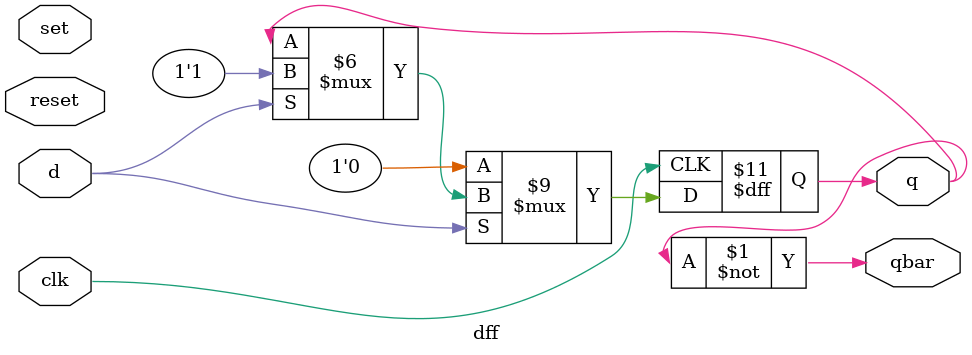
<source format=v>
module dff(q,qbar,d,set,reset,clk);
    input d,set,reset,clk;
    output reg q;
    output qbar;
    assign qbar=~q;

    always @(posedge clk) begin
        /* if(reset==0) q<=0;
        else if(set==0) q<=1;
        else q<=d; */
        if(d==0) q<=0;
        else if(d==1) q<=1;
        else q<=q;
    end
endmodule
</source>
